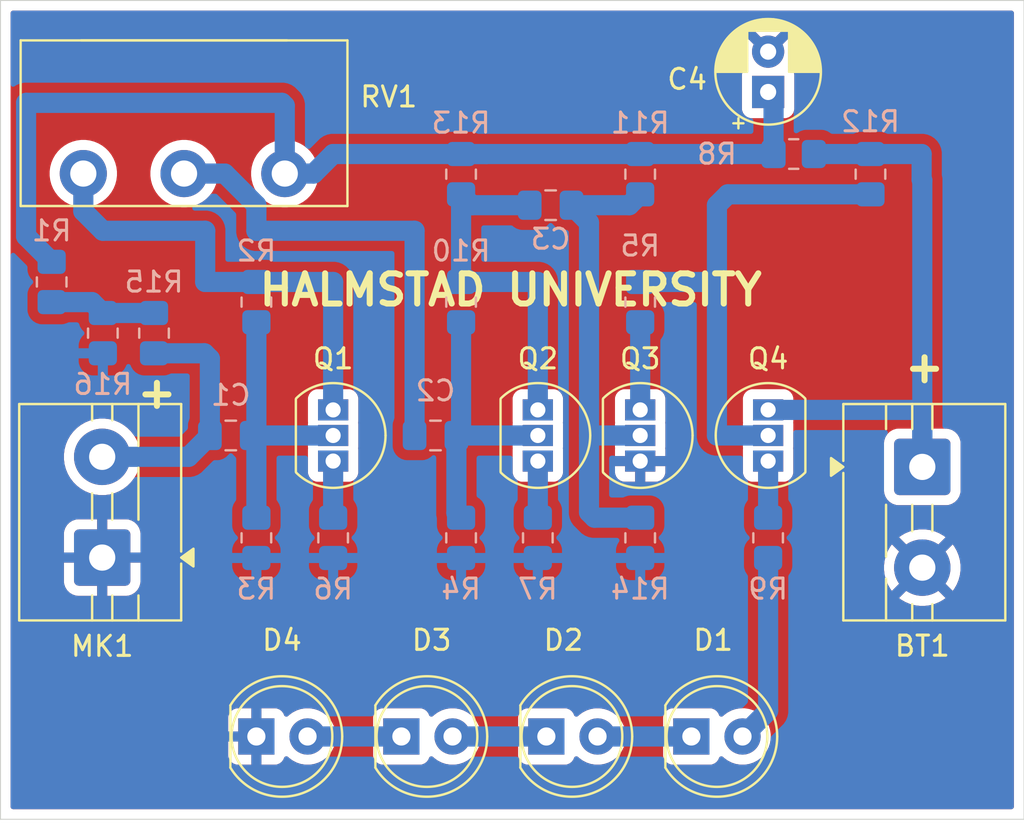
<source format=kicad_pcb>
(kicad_pcb (version 20241229) (generator "pcbnew") (generator_version "9.0")
  (layers (0 "F.Cu" signal) (2 "B.Cu" signal) (13 "F.Paste" user) (15 "B.Paste" user) (5 "F.SilkS" user "F.Silkscreen") (7 "B.SilkS" user "B.Silkscreen") (1 "F.Mask" user) (3 "B.Mask" user) (25 "Edge.Cuts" user))
  (net 0 "")
  (net 1 "GND")
  (net 2 "Net-(BT1-+)")
  (net 3 "Net-(Q1-B)")
  (net 4 "Net-(MK1-+)")
  (net 5 "Net-(C2-Pad1)")
  (net 6 "Net-(Q2-B)")
  (net 7 "Net-(Q2-C)")
  (net 8 "Net-(Q3-B)")
  (net 9 "Net-(C4-Pad1)")
  (net 10 "Net-(D1-A)")
  (net 11 "Net-(D1-K)")
  (net 12 "Net-(D2-K)")
  (net 13 "Net-(D3-K)")
  (net 14 "Net-(Q1-C)")
  (net 15 "Net-(Q1-E)")
  (net 16 "Net-(Q2-E)")
  (net 17 "Net-(Q3-C)")
  (net 18 "Net-(Q4-C)")
  (net 19 "Net-(Q4-B)")
  (net 20 "Net-(R1-Pad2)")
  (footprint "LED_THT:LED_D5.0mm" (layer "F.Cu") (at 128.27 111.46)
    (property "Reference" "D4" (at 1.27 -4.78 0) (layer "F.SilkS"))
    (property "Value" "LED_Small")
    (fp_line (start -1.29 -1.545) (end -1.29 1.545) (stroke (width 0.12)) (layer "F.SilkS"))
    (fp_arc (start -1.29 -1.54483) (mid 2.071756 -2.880501) (end 4.26 -0.000048) (stroke (width 0.12)) (layer "F.SilkS"))
    (fp_arc (start 4.26 0.000048) (mid 2.071756 2.880501) (end -1.29 1.54483) (stroke (width 0.12)) (layer "F.SilkS"))
    (fp_circle (center 1.27 0) (end 3.77 0) (stroke (width 0.12)) (fill no) (layer "F.SilkS"))
    (pad "1" thru_hole rect (at 0 0) (size 1.8 1.8) (drill 0.9) (layers "*.Cu" "*.Mask") (net 1 "GND"))
    (pad "2" thru_hole circle (at 2.54 0) (size 1.8 1.8) (drill 0.9) (layers "*.Cu" "*.Mask") (net 13 "Net-(D3-K)"))
  )
  (footprint "Package_TO_SOT_THT:TO-92_Inline" (layer "F.Cu") (at 142.24 95.25 -90)
    (property "Reference" "Q2" (at -2.54 0 180) (layer "F.SilkS"))
    (property "Value" "BC547")
    (fp_line (start -0.53 1.85) (end 3.07 1.85) (stroke (width 0.12)) (layer "F.SilkS"))
    (fp_arc (start -0.568478 1.838478) (mid -1.132087 -0.994977) (end 1.27 -2.6) (stroke (width 0.12)) (layer "F.SilkS"))
    (fp_arc (start 1.27 -2.6) (mid 3.672087 -0.994977) (end 3.108478 1.838478) (stroke (width 0.12)) (layer "F.SilkS"))
    (pad "1" thru_hole rect (at 0 0 270) (size 1.05 1.5) (drill 0.75) (layers "*.Cu" "*.Mask") (net 7 "Net-(Q2-C)"))
    (pad "2" thru_hole rect (at 1.27 0 270) (size 1.05 1.5) (drill 0.75) (layers "*.Cu" "*.Mask") (net 6 "Net-(Q2-B)"))
    (pad "3" thru_hole rect (at 2.54 0 270) (size 1.05 1.5) (drill 0.75) (layers "*.Cu" "*.Mask") (net 16 "Net-(Q2-E)"))
  )
  (footprint "Potentiometer_THT:Potentiometer_Piher_PC-16_Single_Horizontal" (layer "F.Cu") (at 129.68 83.52 90)
    (property "Reference" "RV1" (at 3.81 5.16 180) (layer "F.SilkS"))
    (property "Value" "200k")
    (fp_line (start 6.61 -13.11) (end 6.61 3.11) (stroke (width 0.12)) (layer "F.SilkS"))
    (fp_line (start -1.61 -13.11) (end 6.61 -13.11) (stroke (width 0.12)) (layer "F.SilkS"))
    (fp_line (start -1.61 -13.11) (end -1.61 3.11) (stroke (width 0.12)) (layer "F.SilkS"))
    (fp_line (start 6.61 -10.11) (end 6.61 0.11) (stroke (width 0.12)) (layer "F.SilkS"))
    (fp_line (start -1.61 3.11) (end 6.61 3.11) (stroke (width 0.12)) (layer "F.SilkS"))
    (pad "1" thru_hole circle (at 0 0 90) (size 2.34 2.34) (drill 1.3) (layers "*.Cu" "*.Mask") (net 9 "Net-(C4-Pad1)"))
    (pad "2" thru_hole circle (at 0 -5 90) (size 2.34 2.34) (drill 1.3) (layers "*.Cu" "*.Mask") (net 5 "Net-(C2-Pad1)"))
    (pad "3" thru_hole circle (at 0 -10 90) (size 2.34 2.34) (drill 1.3) (layers "*.Cu" "*.Mask") (net 14 "Net-(Q1-C)"))
  )
  (footprint "LED_THT:LED_D5.0mm" (layer "F.Cu") (at 149.86 111.46)
    (property "Reference" "D1" (at 1.08 -4.78 0) (layer "F.SilkS"))
    (property "Value" "LED_Small")
    (fp_line (start -1.29 -1.545) (end -1.29 1.545) (stroke (width 0.12)) (layer "F.SilkS"))
    (fp_arc (start -1.29 -1.54483) (mid 2.071756 -2.880501) (end 4.26 -0.000048) (stroke (width 0.12)) (layer "F.SilkS"))
    (fp_arc (start 4.26 0.000048) (mid 2.071756 2.880501) (end -1.29 1.54483) (stroke (width 0.12)) (layer "F.SilkS"))
    (fp_circle (center 1.27 0) (end 3.77 0) (stroke (width 0.12)) (fill no) (layer "F.SilkS"))
    (pad "1" thru_hole rect (at 0 0) (size 1.8 1.8) (drill 0.9) (layers "*.Cu" "*.Mask") (net 11 "Net-(D1-K)"))
    (pad "2" thru_hole circle (at 2.54 0) (size 1.8 1.8) (drill 0.9) (layers "*.Cu" "*.Mask") (net 10 "Net-(D1-A)"))
  )
  (footprint "TerminalBlock:TerminalBlock_MaiXu_MX126-5.0-02P_1x02_P5.00mm" (layer "F.Cu") (at 120.6175 102.58 90)
    (property "Reference" "MK1" (at -4.4 0 180) (layer "F.SilkS"))
    (property "Value" "M300")
    (fp_line (start 7.62 -4.12) (end 7.62 3.92) (stroke (width 0.12)) (layer "F.SilkS"))
    (fp_line (start -3.12 -4.12) (end 7.62 -4.12) (stroke (width 0.12)) (layer "F.SilkS"))
    (fp_line (start -3.12 -4.12) (end -3.12 3.92) (stroke (width 0.12)) (layer "F.SilkS"))
    (fp_line (start 6.812 -0.5) (end 7.62 -0.5) (stroke (width 0.12)) (layer "F.SilkS"))
    (fp_line (start 1.88 -0.5) (end 3.188 -0.5) (stroke (width 0.12)) (layer "F.SilkS"))
    (fp_line (start -3.12 -0.5) (end -1.88 -0.5) (stroke (width 0.12)) (layer "F.SilkS"))
    (fp_line (start 6.812 0.5) (end 7.62 0.5) (stroke (width 0.12)) (layer "F.SilkS"))
    (fp_line (start 1.88 0.5) (end 3.188 0.5) (stroke (width 0.12)) (layer "F.SilkS"))
    (fp_line (start -3.12 0.5) (end -1.88 0.5) (stroke (width 0.12)) (layer "F.SilkS"))
    (fp_line (start 5.543 1.8) (end 7.62 1.8) (stroke (width 0.12)) (layer "F.SilkS"))
    (fp_line (start 1.88 1.8) (end 4.457 1.8) (stroke (width 0.12)) (layer "F.SilkS"))
    (fp_line (start -3.12 1.8) (end -1.88 1.8) (stroke (width 0.12)) (layer "F.SilkS"))
    (fp_line (start 0.3 3.92) (end 7.62 3.92) (stroke (width 0.12)) (layer "F.SilkS"))
    (fp_line (start -3.12 3.92) (end -0.3 3.92) (stroke (width 0.12)) (layer "F.SilkS"))
    (fp_poly (pts (xy 0 3.92) (xy 0.44 4.53) (xy -0.44 4.53)) (stroke (width 0.12)) (fill yes) (layer "F.SilkS"))
    (pad "1" thru_hole roundrect (at 0 0 90) (size 2.8 2.8) (drill 1.3) (layers "*.Cu" "*.Mask") (roundrect_rratio 0.089286) (net 1 "GND"))
    (pad "2" thru_hole circle (at 5 0 90) (size 2.8 2.8) (drill 1.3) (layers "*.Cu" "*.Mask") (net 4 "Net-(MK1-+)"))
  )
  (footprint "LED_THT:LED_D5.0mm" (layer "F.Cu") (at 142.663333 111.46)
    (property "Reference" "D2" (at 0.846667 -4.78 0) (layer "F.SilkS"))
    (property "Value" "LED_Small")
    (fp_line (start -1.29 -1.545) (end -1.29 1.545) (stroke (width 0.12)) (layer "F.SilkS"))
    (fp_arc (start -1.29 -1.54483) (mid 2.071756 -2.880501) (end 4.26 -0.000048) (stroke (width 0.12)) (layer "F.SilkS"))
    (fp_arc (start 4.26 0.000048) (mid 2.071756 2.880501) (end -1.29 1.54483) (stroke (width 0.12)) (layer "F.SilkS"))
    (fp_circle (center 1.27 0) (end 3.77 0) (stroke (width 0.12)) (fill no) (layer "F.SilkS"))
    (pad "1" thru_hole rect (at 0 0) (size 1.8 1.8) (drill 0.9) (layers "*.Cu" "*.Mask") (net 12 "Net-(D2-K)"))
    (pad "2" thru_hole circle (at 2.54 0) (size 1.8 1.8) (drill 0.9) (layers "*.Cu" "*.Mask") (net 11 "Net-(D1-K)"))
  )
  (footprint "LED_THT:LED_D5.0mm" (layer "F.Cu") (at 135.466667 111.46)
    (property "Reference" "D3" (at 1.503333 -4.78 0) (layer "F.SilkS"))
    (property "Value" "LED_Small")
    (fp_line (start -1.29 -1.545) (end -1.29 1.545) (stroke (width 0.12)) (layer "F.SilkS"))
    (fp_arc (start -1.29 -1.54483) (mid 2.071756 -2.880501) (end 4.26 -0.000048) (stroke (width 0.12)) (layer "F.SilkS"))
    (fp_arc (start 4.26 0.000048) (mid 2.071756 2.880501) (end -1.29 1.54483) (stroke (width 0.12)) (layer "F.SilkS"))
    (fp_circle (center 1.27 0) (end 3.77 0) (stroke (width 0.12)) (fill no) (layer "F.SilkS"))
    (pad "1" thru_hole rect (at 0 0) (size 1.8 1.8) (drill 0.9) (layers "*.Cu" "*.Mask") (net 13 "Net-(D3-K)"))
    (pad "2" thru_hole circle (at 2.54 0) (size 1.8 1.8) (drill 0.9) (layers "*.Cu" "*.Mask") (net 12 "Net-(D2-K)"))
  )
  (footprint "Package_TO_SOT_THT:TO-92_Inline" (layer "F.Cu") (at 147.32 95.25 -90)
    (property "Reference" "Q3" (at -2.54 0 180) (layer "F.SilkS"))
    (property "Value" "BC547")
    (fp_line (start -0.53 1.85) (end 3.07 1.85) (stroke (width 0.12)) (layer "F.SilkS"))
    (fp_arc (start -0.568478 1.838478) (mid -1.132087 -0.994977) (end 1.27 -2.6) (stroke (width 0.12)) (layer "F.SilkS"))
    (fp_arc (start 1.27 -2.6) (mid 3.672087 -0.994977) (end 3.108478 1.838478) (stroke (width 0.12)) (layer "F.SilkS"))
    (pad "1" thru_hole rect (at 0 0 270) (size 1.05 1.5) (drill 0.75) (layers "*.Cu" "*.Mask") (net 17 "Net-(Q3-C)"))
    (pad "2" thru_hole rect (at 1.27 0 270) (size 1.05 1.5) (drill 0.75) (layers "*.Cu" "*.Mask") (net 8 "Net-(Q3-B)"))
    (pad "3" thru_hole rect (at 2.54 0 270) (size 1.05 1.5) (drill 0.75) (layers "*.Cu" "*.Mask") (net 1 "GND"))
  )
  (footprint "TerminalBlock:TerminalBlock_MaiXu_MX126-5.0-02P_1x02_P5.00mm" (layer "F.Cu") (at 161.3225 98.08 -90)
    (property "Reference" "BT1" (at 8.89 0 0) (layer "F.SilkS"))
    (property "Value" "Battery_Cell")
    (fp_line (start -3.12 3.92) (end -0.3 3.92) (stroke (width 0.12)) (layer "F.SilkS"))
    (fp_line (start 0.3 3.92) (end 7.62 3.92) (stroke (width 0.12)) (layer "F.SilkS"))
    (fp_line (start -3.12 1.8) (end -1.88 1.8) (stroke (width 0.12)) (layer "F.SilkS"))
    (fp_line (start 1.88 1.8) (end 4.457 1.8) (stroke (width 0.12)) (layer "F.SilkS"))
    (fp_line (start 5.543 1.8) (end 7.62 1.8) (stroke (width 0.12)) (layer "F.SilkS"))
    (fp_line (start -3.12 0.5) (end -1.88 0.5) (stroke (width 0.12)) (layer "F.SilkS"))
    (fp_line (start 1.88 0.5) (end 3.188 0.5) (stroke (width 0.12)) (layer "F.SilkS"))
    (fp_line (start 6.812 0.5) (end 7.62 0.5) (stroke (width 0.12)) (layer "F.SilkS"))
    (fp_line (start -3.12 -0.5) (end -1.88 -0.5) (stroke (width 0.12)) (layer "F.SilkS"))
    (fp_line (start 1.88 -0.5) (end 3.188 -0.5) (stroke (width 0.12)) (layer "F.SilkS"))
    (fp_line (start 6.812 -0.5) (end 7.62 -0.5) (stroke (width 0.12)) (layer "F.SilkS"))
    (fp_line (start -3.12 -4.12) (end -3.12 3.92) (stroke (width 0.12)) (layer "F.SilkS"))
    (fp_line (start -3.12 -4.12) (end 7.62 -4.12) (stroke (width 0.12)) (layer "F.SilkS"))
    (fp_line (start 7.62 -4.12) (end 7.62 3.92) (stroke (width 0.12)) (layer "F.SilkS"))
    (fp_poly (pts (xy 0 3.92) (xy 0.44 4.53) (xy -0.44 4.53)) (stroke (width 0.12)) (fill yes) (layer "F.SilkS"))
    (pad "1" thru_hole roundrect (at 0 0 270) (size 2.8 2.8) (drill 1.3) (layers "*.Cu" "*.Mask") (roundrect_rratio 0.089286) (net 2 "Net-(BT1-+)"))
    (pad "2" thru_hole circle (at 5 0 270) (size 2.8 2.8) (drill 1.3) (layers "*.Cu" "*.Mask") (net 1 "GND"))
  )
  (footprint "Package_TO_SOT_THT:TO-92_Inline" (layer "F.Cu") (at 153.67 97.79 90)
    (property "Reference" "Q4" (at 5.08 0 180) (layer "F.SilkS"))
    (property "Value" "BC557")
    (fp_line (start -0.53 1.85) (end 3.07 1.85) (stroke (width 0.12)) (layer "F.SilkS"))
    (fp_arc (start 1.27 -2.6) (mid 3.672087 -0.994977) (end 3.108478 1.838478) (stroke (width 0.12)) (layer "F.SilkS"))
    (fp_arc (start -0.568478 1.838478) (mid -1.132087 -0.994977) (end 1.27 -2.6) (stroke (width 0.12)) (layer "F.SilkS"))
    (pad "1" thru_hole rect (at 0 0 90) (size 1.05 1.5) (drill 0.75) (layers "*.Cu" "*.Mask") (net 18 "Net-(Q4-C)"))
    (pad "2" thru_hole rect (at 1.27 0 90) (size 1.05 1.5) (drill 0.75) (layers "*.Cu" "*.Mask") (net 19 "Net-(Q4-B)"))
    (pad "3" thru_hole rect (at 2.54 0 90) (size 1.05 1.5) (drill 0.75) (layers "*.Cu" "*.Mask") (net 2 "Net-(BT1-+)"))
  )
  (footprint "Capacitor_THT:CP_Radial_D5.0mm_P2.00mm" (layer "F.Cu") (at 153.67 79.47 90)
    (property "Reference" "C4" (at 0.63 -4.02 0) (layer "F.SilkS"))
    (property "Value" "100u")
    (fp_line (start 1.04 -2.58) (end 1.04 -1.04) (stroke (width 0.12)) (layer "F.SilkS"))
    (fp_line (start 1 -2.58) (end 1 -1.04) (stroke (width 0.12)) (layer "F.SilkS"))
    (fp_line (start 1.08 -2.579) (end 1.08 -1.04) (stroke (width 0.12)) (layer "F.SilkS"))
    (fp_line (start 1.12 -2.577) (end 1.12 -1.04) (stroke (width 0.12)) (layer "F.SilkS"))
    (fp_line (start 1.16 -2.575) (end 1.16 -1.04) (stroke (width 0.12)) (layer "F.SilkS"))
    (fp_line (start 1.2 -2.572) (end 1.2 -1.04) (stroke (width 0.12)) (layer "F.SilkS"))
    (fp_line (start 1.24 -2.569) (end 1.24 -1.04) (stroke (width 0.12)) (layer "F.SilkS"))
    (fp_line (start 1.28 -2.565) (end 1.28 -1.04) (stroke (width 0.12)) (layer "F.SilkS"))
    (fp_line (start 1.32 -2.56) (end 1.32 -1.04) (stroke (width 0.12)) (layer "F.SilkS"))
    (fp_line (start 1.36 -2.555) (end 1.36 -1.04) (stroke (width 0.12)) (layer "F.SilkS"))
    (fp_line (start 1.4 -2.549) (end 1.4 -1.04) (stroke (width 0.12)) (layer "F.SilkS"))
    (fp_line (start 1.44 -2.543) (end 1.44 -1.04) (stroke (width 0.12)) (layer "F.SilkS"))
    (fp_line (start 1.48 -2.536) (end 1.48 -1.04) (stroke (width 0.12)) (layer "F.SilkS"))
    (fp_line (start 1.52 -2.528) (end 1.52 -1.04) (stroke (width 0.12)) (layer "F.SilkS"))
    (fp_line (start 1.56 -2.519) (end 1.56 -1.04) (stroke (width 0.12)) (layer "F.SilkS"))
    (fp_line (start 1.6 -2.51) (end 1.6 -1.04) (stroke (width 0.12)) (layer "F.SilkS"))
    (fp_line (start 1.64 -2.501) (end 1.64 -1.04) (stroke (width 0.12)) (layer "F.SilkS"))
    (fp_line (start 1.68 -2.49) (end 1.68 -1.04) (stroke (width 0.12)) (layer "F.SilkS"))
    (fp_line (start 1.72 -2.479) (end 1.72 -1.04) (stroke (width 0.12)) (layer "F.SilkS"))
    (fp_line (start 1.76 -2.467) (end 1.76 -1.04) (stroke (width 0.12)) (layer "F.SilkS"))
    (fp_line (start 1.8 -2.455) (end 1.8 -1.04) (stroke (width 0.12)) (layer "F.SilkS"))
    (fp_line (start 1.84 -2.442) (end 1.84 -1.04) (stroke (width 0.12)) (layer "F.SilkS"))
    (fp_line (start 1.88 -2.428) (end 1.88 -1.04) (stroke (width 0.12)) (layer "F.SilkS"))
    (fp_line (start 1.92 -2.413) (end 1.92 -1.04) (stroke (width 0.12)) (layer "F.SilkS"))
    (fp_line (start 1.96 -2.398) (end 1.96 -1.04) (stroke (width 0.12)) (layer "F.SilkS"))
    (fp_line (start 2 -2.382) (end 2 -1.04) (stroke (width 0.12)) (layer "F.SilkS"))
    (fp_line (start 2.04 -2.365) (end 2.04 -1.04) (stroke (width 0.12)) (layer "F.SilkS"))
    (fp_line (start 2.08 -2.347) (end 2.08 -1.04) (stroke (width 0.12)) (layer "F.SilkS"))
    (fp_line (start 2.12 -2.329) (end 2.12 -1.04) (stroke (width 0.12)) (layer "F.SilkS"))
    (fp_line (start 2.16 -2.309) (end 2.16 -1.04) (stroke (width 0.12)) (layer "F.SilkS"))
    (fp_line (start 2.2 -2.289) (end 2.2 -1.04) (stroke (width 0.12)) (layer "F.SilkS"))
    (fp_line (start 2.24 -2.268) (end 2.24 -1.04) (stroke (width 0.12)) (layer "F.SilkS"))
    (fp_line (start 2.28 -2.246) (end 2.28 -1.04) (stroke (width 0.12)) (layer "F.SilkS"))
    (fp_line (start 2.32 -2.223) (end 2.32 -1.04) (stroke (width 0.12)) (layer "F.SilkS"))
    (fp_line (start 2.36 -2.199) (end 2.36 -1.04) (stroke (width 0.12)) (layer "F.SilkS"))
    (fp_line (start 2.4 -2.175) (end 2.4 -1.04) (stroke (width 0.12)) (layer "F.SilkS"))
    (fp_line (start 2.44 -2.149) (end 2.44 -1.04) (stroke (width 0.12)) (layer "F.SilkS"))
    (fp_line (start 2.48 -2.122) (end 2.48 -1.04) (stroke (width 0.12)) (layer "F.SilkS"))
    (fp_line (start 2.52 -2.094) (end 2.52 -1.04) (stroke (width 0.12)) (layer "F.SilkS"))
    (fp_line (start 2.56 -2.065) (end 2.56 -1.04) (stroke (width 0.12)) (layer "F.SilkS"))
    (fp_line (start 2.6 -2.035) (end 2.6 -1.04) (stroke (width 0.12)) (layer "F.SilkS"))
    (fp_line (start 2.64 -2.003) (end 2.64 -1.04) (stroke (width 0.12)) (layer "F.SilkS"))
    (fp_line (start 2.68 -1.97) (end 2.68 -1.04) (stroke (width 0.12)) (layer "F.SilkS"))
    (fp_line (start 2.72 -1.936) (end 2.72 -1.04) (stroke (width 0.12)) (layer "F.SilkS"))
    (fp_line (start 2.76 -1.901) (end 2.76 -1.04) (stroke (width 0.12)) (layer "F.SilkS"))
    (fp_line (start 2.8 -1.864) (end 2.8 -1.04) (stroke (width 0.12)) (layer "F.SilkS"))
    (fp_line (start 2.84 -1.825) (end 2.84 -1.04) (stroke (width 0.12)) (layer "F.SilkS"))
    (fp_line (start 2.88 -1.785) (end 2.88 -1.04) (stroke (width 0.12)) (layer "F.SilkS"))
    (fp_line (start 2.92 -1.743) (end 2.92 -1.04) (stroke (width 0.12)) (layer "F.SilkS"))
    (fp_line (start -1.554775 -1.725) (end -1.554775 -1.225) (stroke (width 0.12)) (layer "F.SilkS"))
    (fp_line (start 2.96 -1.699) (end 2.96 -1.04) (stroke (width 0.12)) (layer "F.SilkS"))
    (fp_line (start 3 -1.652) (end 3 -1.04) (stroke (width 0.12)) (layer "F.SilkS"))
    (fp_line (start 3.04 -1.604) (end 3.04 1.604) (stroke (width 0.12)) (layer "F.SilkS"))
    (fp_line (start 3.08 -1.553) (end 3.08 1.553) (stroke (width 0.12)) (layer "F.SilkS"))
    (fp_line (start 3.12 -1.499) (end 3.12 1.499) (stroke (width 0.12)) (layer "F.SilkS"))
    (fp_line (start -1.804775 -1.475) (end -1.304775 -1.475) (stroke (width 0.12)) (layer "F.SilkS"))
    (fp_line (start 3.16 -1.443) (end 3.16 1.443) (stroke (width 0.12)) (layer "F.SilkS"))
    (fp_line (start 3.2 -1.383) (end 3.2 1.383) (stroke (width 0.12)) (layer "F.SilkS"))
    (fp_line (start 3.24 -1.319) (end 3.24 1.319) (stroke (width 0.12)) (layer "F.SilkS"))
    (fp_line (start 3.28 -1.251) (end 3.28 1.251) (stroke (width 0.12)) (layer "F.SilkS"))
    (fp_line (start 3.32 -1.177) (end 3.32 1.177) (stroke (width 0.12)) (layer "F.SilkS"))
    (fp_line (start 3.36 -1.098) (end 3.36 1.098) (stroke (width 0.12)) (layer "F.SilkS"))
    (fp_line (start 3.4 -1.011) (end 3.4 1.011) (stroke (width 0.12)) (layer "F.SilkS"))
    (fp_line (start 3.44 -0.914) (end 3.44 0.914) (stroke (width 0.12)) (layer "F.SilkS"))
    (fp_line (start 3.48 -0.805) (end 3.48 0.805) (stroke (width 0.12)) (layer "F.SilkS"))
    (fp_line (start 3.52 -0.677) (end 3.52 0.677) (stroke (width 0.12)) (layer "F.SilkS"))
    (fp_line (start 3.56 -0.517) (end 3.56 0.517) (stroke (width 0.12)) (layer "F.SilkS"))
    (fp_line (start 3.6 -0.283) (end 3.6 0.283) (stroke (width 0.12)) (layer "F.SilkS"))
    (fp_line (start 3 1.04) (end 3 1.652) (stroke (width 0.12)) (layer "F.SilkS"))
    (fp_line (start 2.96 1.04) (end 2.96 1.699) (stroke (width 0.12)) (layer "F.SilkS"))
    (fp_line (start 2.92 1.04) (end 2.92 1.743) (stroke (width 0.12)) (layer "F.SilkS"))
    (fp_line (start 2.88 1.04) (end 2.88 1.785) (stroke (width 0.12)) (layer "F.SilkS"))
    (fp_line (start 2.84 1.04) (end 2.84 1.825) (stroke (width 0.12)) (layer "F.SilkS"))
    (fp_line (start 2.8 1.04) (end 2.8 1.864) (stroke (width 0.12)) (layer "F.SilkS"))
    (fp_line (start 2.76 1.04) (end 2.76 1.901) (stroke (width 0.12)) (layer "F.SilkS"))
    (fp_line (start 2.72 1.04) (end 2.72 1.936) (stroke (width 0.12)) (layer "F.SilkS"))
    (fp_line (start 2.68 1.04) (end 2.68 1.97) (stroke (width 0.12)) (layer "F.SilkS"))
    (fp_line (start 2.64 1.04) (end 2.64 2.003) (stroke (width 0.12)) (layer "F.SilkS"))
    (fp_line (start 2.6 1.04) (end 2.6 2.035) (stroke (width 0.12)) (layer "F.SilkS"))
    (fp_line (start 2.56 1.04) (end 2.56 2.065) (stroke (width 0.12)) (layer "F.SilkS"))
    (fp_line (start 2.52 1.04) (end 2.52 2.094) (stroke (width 0.12)) (layer "F.SilkS"))
    (fp_line (start 2.48 1.04) (end 2.48 2.122) (stroke (width 0.12)) (layer "F.SilkS"))
    (fp_line (start 2.44 1.04) (end 2.44 2.149) (stroke (width 0.12)) (layer "F.SilkS"))
    (fp_line (start 2.4 1.04) (end 2.4 2.175) (stroke (width 0.12)) (layer "F.SilkS"))
    (fp_line (start 2.36 1.04) (end 2.36 2.199) (stroke (width 0.12)) (layer "F.SilkS"))
    (fp_line (start 2.32 1.04) (end 2.32 2.223) (stroke (width 0.12)) (layer "F.SilkS"))
    (fp_line (start 2.28 1.04) (end 2.28 2.246) (stroke (width 0.12)) (layer "F.SilkS"))
    (fp_line (start 2.24 1.04) (end 2.24 2.268) (stroke (width 0.12)) (layer "F.SilkS"))
    (fp_line (start 2.2 1.04) (end 2.2 2.289) (stroke (width 0.12)) (layer "F.SilkS"))
    (fp_line (start 2.16 1.04) (end 2.16 2.309) (stroke (width 0.12)) (layer "F.SilkS"))
    (fp_line (start 2.12 1.04) (end 2.12 2.329) (stroke (width 0.12)) (layer "F.SilkS"))
    (fp_line (start 2.08 1.04) (end 2.08 2.347) (stroke (width 0.12)) (layer "F.SilkS"))
    (fp_line (start 2.04 1.04) (end 2.04 2.365) (stroke (width 0.12)) (layer "F.SilkS"))
    (fp_line (start 2 1.04) (end 2 2.382) (stroke (width 0.12)) (layer "F.SilkS"))
    (fp_line (start 1.96 1.04) (end 1.96 2.398) (stroke (width 0.12)) (layer "F.SilkS"))
    (fp_line (start 1.92 1.04) (end 1.92 2.413) (stroke (width 0.12)) (layer "F.SilkS"))
    (fp_line (start 1.88 1.04) (end 1.88 2.428) (stroke (width 0.12)) (layer "F.SilkS"))
    (fp_line (start 1.84 1.04) (end 1.84 2.442) (stroke (width 0.12)) (layer "F.SilkS"))
    (fp_line (start 1.8 1.04) (end 1.8 2.455) (stroke (width 0.12)) (layer "F.SilkS"))
    (fp_line (start 1.76 1.04) (end 1.76 2.467) (stroke (width 0.12)) (layer "F.SilkS"))
    (fp_line (start 1.72 1.04) (end 1.72 2.479) (stroke (width 0.12)) (layer "F.SilkS"))
    (fp_line (start 1.68 1.04) (end 1.68 2.49) (stroke (width 0.12)) (layer "F.SilkS"))
    (fp_line (start 1.64 1.04) (end 1.64 2.501) (stroke (width 0.12)) (layer "F.SilkS"))
    (fp_line (start 1.6 1.04) (end 1.6 2.51) (stroke (width 0.12)) (layer "F.SilkS"))
    (fp_line (start 1.56 1.04) (end 1.56 2.519) (stroke (width 0.12)) (layer "F.SilkS"))
    (fp_line (start 1.52 1.04) (end 1.52 2.528) (stroke (width 0.12)) (layer "F.SilkS"))
    (fp_line (start 1.48 1.04) (end 1.48 2.536) (stroke (width 0.12)) (layer "F.SilkS"))
    (fp_line (start 1.44 1.04) (end 1.44 2.543) (stroke (width 0.12)) (layer "F.SilkS"))
    (fp_line (start 1.4 1.04) (end 1.4 2.549) (stroke (width 0.12)) (layer "F.SilkS"))
    (fp_line (start 1.36 1.04) (end 1.36 2.555) (stroke (width 0.12)) (layer "F.SilkS"))
    (fp_line (start 1.32 1.04) (end 1.32 2.56) (stroke (width 0.12)) (layer "F.SilkS"))
    (fp_line (start 1.28 1.04) (end 1.28 2.565) (stroke (width 0.12)) (layer "F.SilkS"))
    (fp_line (start 1.24 1.04) (end 1.24 2.569) (stroke (width 0.12)) (layer "F.SilkS"))
    (fp_line (start 1.2 1.04) (end 1.2 2.572) (stroke (width 0.12)) (layer "F.SilkS"))
    (fp_line (start 1.16 1.04) (end 1.16 2.575) (stroke (width 0.12)) (layer "F.SilkS"))
    (fp_line (start 1.12 1.04) (end 1.12 2.577) (stroke (width 0.12)) (layer "F.SilkS"))
    (fp_line (start 1.08 1.04) (end 1.08 2.579) (stroke (width 0.12)) (layer "F.SilkS"))
    (fp_line (start 1.04 1.04) (end 1.04 2.58) (stroke (width 0.12)) (layer "F.SilkS"))
    (fp_line (start 1 1.04) (end 1 2.58) (stroke (width 0.12)) (layer "F.SilkS"))
    (fp_circle (center 1 0) (end 3.62 0) (stroke (width 0.12)) (fill no) (layer "F.SilkS"))
    (pad "1" thru_hole rect (at 0 0 90) (size 1.6 1.6) (drill 0.8) (layers "*.Cu" "*.Mask") (net 9 "Net-(C4-Pad1)"))
    (pad "2" thru_hole circle (at 2 0 90) (size 1.6 1.6) (drill 0.8) (layers "*.Cu" "*.Mask") (net 1 "GND"))
  )
  (footprint "Package_TO_SOT_THT:TO-92_Inline" (layer "F.Cu") (at 132.08 95.25 -90)
    (property "Reference" "Q1" (at -2.54 0 180) (layer "F.SilkS"))
    (property "Value" "BC547")
    (fp_line (start -0.53 1.85) (end 3.07 1.85) (stroke (width 0.12)) (layer "F.SilkS"))
    (fp_arc (start -0.568478 1.838478) (mid -1.132087 -0.994977) (end 1.27 -2.6) (stroke (width 0.12)) (layer "F.SilkS"))
    (fp_arc (start 1.27 -2.6) (mid 3.672087 -0.994977) (end 3.108478 1.838478) (stroke (width 0.12)) (layer "F.SilkS"))
    (pad "1" thru_hole rect (at 0 0 270) (size 1.05 1.5) (drill 0.75) (layers "*.Cu" "*.Mask") (net 14 "Net-(Q1-C)"))
    (pad "2" thru_hole rect (at 1.27 0 270) (size 1.05 1.5) (drill 0.75) (layers "*.Cu" "*.Mask") (net 3 "Net-(Q1-B)"))
    (pad "3" thru_hole rect (at 2.54 0 270) (size 1.05 1.5) (drill 0.75) (layers "*.Cu" "*.Mask") (net 15 "Net-(Q1-E)"))
  )
  (footprint "Resistor_SMD:R_0805_2012Metric_Pad1.20x1.40mm_HandSolder" (layer "B.Cu") (at 147.32 101.6 -90)
    (property "Reference" "R14" (at 2.54 0 0) (layer "B.SilkS") (effects (justify mirror)))
    (property "Value" "47k")
    (fp_line (start -0.227064 0.735) (end 0.227064 0.735) (stroke (width 0.12)) (layer "B.SilkS"))
    (fp_line (start -0.227064 -0.735) (end 0.227064 -0.735) (stroke (width 0.12)) (layer "B.SilkS"))
    (pad "1" smd roundrect (at -1 0 270) (size 1.2 1.4) (layers "B.Cu" "B.Mask" "B.Paste") (roundrect_rratio 0.208333) (net 8 "Net-(Q3-B)"))
    (pad "2" smd roundrect (at 1 0 270) (size 1.2 1.4) (layers "B.Cu" "B.Mask" "B.Paste") (roundrect_rratio 0.208333) (net 1 "GND"))
  )
  (footprint "Resistor_SMD:R_0805_2012Metric_Pad1.20x1.40mm_HandSolder" (layer "B.Cu") (at 154.94 82.55)
    (property "Reference" "R8" (at -3.81 0 0) (layer "B.SilkS") (effects (justify mirror)))
    (property "Value" "47")
    (fp_line (start -0.227064 -0.735) (end 0.227064 -0.735) (stroke (width 0.12)) (layer "B.SilkS"))
    (fp_line (start -0.227064 0.735) (end 0.227064 0.735) (stroke (width 0.12)) (layer "B.SilkS"))
    (pad "1" smd roundrect (at -1 0) (size 1.2 1.4) (layers "B.Cu" "B.Mask" "B.Paste") (roundrect_rratio 0.208333) (net 9 "Net-(C4-Pad1)"))
    (pad "2" smd roundrect (at 1 0) (size 1.2 1.4) (layers "B.Cu" "B.Mask" "B.Paste") (roundrect_rratio 0.208333) (net 2 "Net-(BT1-+)"))
  )
  (footprint "Resistor_SMD:R_0805_2012Metric_Pad1.20x1.40mm_HandSolder" (layer "B.Cu") (at 147.32 89.9 -90)
    (property "Reference" "R5" (at -2.79 0 0) (layer "B.SilkS") (effects (justify mirror)))
    (property "Value" "100k")
    (fp_line (start -0.227064 0.735) (end 0.227064 0.735) (stroke (width 0.12)) (layer "B.SilkS"))
    (fp_line (start -0.227064 -0.735) (end 0.227064 -0.735) (stroke (width 0.12)) (layer "B.SilkS"))
    (pad "1" smd roundrect (at -1 0 270) (size 1.2 1.4) (layers "B.Cu" "B.Mask" "B.Paste") (roundrect_rratio 0.208333) (net 19 "Net-(Q4-B)"))
    (pad "2" smd roundrect (at 1 0 270) (size 1.2 1.4) (layers "B.Cu" "B.Mask" "B.Paste") (roundrect_rratio 0.208333) (net 17 "Net-(Q3-C)"))
  )
  (footprint "Resistor_SMD:R_0805_2012Metric_Pad1.20x1.40mm_HandSolder" (layer "B.Cu") (at 142.24 101.6 -90)
    (property "Reference" "R7" (at 2.54 0 0) (layer "B.SilkS") (effects (justify mirror)))
    (property "Value" "47")
    (fp_line (start -0.227064 0.735) (end 0.227064 0.735) (stroke (width 0.12)) (layer "B.SilkS"))
    (fp_line (start -0.227064 -0.735) (end 0.227064 -0.735) (stroke (width 0.12)) (layer "B.SilkS"))
    (pad "1" smd roundrect (at -1 0 270) (size 1.2 1.4) (layers "B.Cu" "B.Mask" "B.Paste") (roundrect_rratio 0.208333) (net 16 "Net-(Q2-E)"))
    (pad "2" smd roundrect (at 1 0 270) (size 1.2 1.4) (layers "B.Cu" "B.Mask" "B.Paste") (roundrect_rratio 0.208333) (net 1 "GND"))
  )
  (footprint "Resistor_SMD:R_0805_2012Metric_Pad1.20x1.40mm_HandSolder" (layer "B.Cu") (at 128.27 89.9 -90)
    (property "Reference" "R2" (at -2.54 0 0) (layer "B.SilkS") (effects (justify mirror)))
    (property "Value" "330k")
    (fp_line (start -0.227064 0.735) (end 0.227064 0.735) (stroke (width 0.12)) (layer "B.SilkS"))
    (fp_line (start -0.227064 -0.735) (end 0.227064 -0.735) (stroke (width 0.12)) (layer "B.SilkS"))
    (pad "1" smd roundrect (at -1 0 270) (size 1.2 1.4) (layers "B.Cu" "B.Mask" "B.Paste") (roundrect_rratio 0.208333) (net 14 "Net-(Q1-C)"))
    (pad "2" smd roundrect (at 1 0 270) (size 1.2 1.4) (layers "B.Cu" "B.Mask" "B.Paste") (roundrect_rratio 0.208333) (net 3 "Net-(Q1-B)"))
  )
  (footprint "Resistor_SMD:R_0805_2012Metric_Pad1.20x1.40mm_HandSolder" (layer "B.Cu") (at 158.75 83.55 -90)
    (property "Reference" "R12" (at -2.61 0 180) (layer "B.SilkS") (effects (justify mirror)))
    (property "Value" "1M5")
    (fp_line (start -0.227064 0.735) (end 0.227064 0.735) (stroke (width 0.12)) (layer "B.SilkS"))
    (fp_line (start -0.227064 -0.735) (end 0.227064 -0.735) (stroke (width 0.12)) (layer "B.SilkS"))
    (pad "1" smd roundrect (at -1 0 270) (size 1.2 1.4) (layers "B.Cu" "B.Mask" "B.Paste") (roundrect_rratio 0.208333) (net 2 "Net-(BT1-+)"))
    (pad "2" smd roundrect (at 1 0 270) (size 1.2 1.4) (layers "B.Cu" "B.Mask" "B.Paste") (roundrect_rratio 0.208333) (net 19 "Net-(Q4-B)"))
  )
  (footprint "Resistor_SMD:R_0805_2012Metric_Pad1.20x1.40mm_HandSolder" (layer "B.Cu") (at 132.08 101.6 -90)
    (property "Reference" "R6" (at 2.54 0 0) (layer "B.SilkS") (effects (justify mirror)))
    (property "Value" "47")
    (fp_line (start -0.227064 0.735) (end 0.227064 0.735) (stroke (width 0.12)) (layer "B.SilkS"))
    (fp_line (start -0.227064 -0.735) (end 0.227064 -0.735) (stroke (width 0.12)) (layer "B.SilkS"))
    (pad "1" smd roundrect (at -1 0 270) (size 1.2 1.4) (layers "B.Cu" "B.Mask" "B.Paste") (roundrect_rratio 0.208333) (net 15 "Net-(Q1-E)"))
    (pad "2" smd roundrect (at 1 0 270) (size 1.2 1.4) (layers "B.Cu" "B.Mask" "B.Paste") (roundrect_rratio 0.208333) (net 1 "GND"))
  )
  (footprint "Resistor_SMD:R_0805_2012Metric_Pad1.20x1.40mm_HandSolder" (layer "B.Cu") (at 138.43 89.9 -90)
    (property "Reference" "R10" (at -2.54 0 0) (layer "B.SilkS") (effects (justify mirror)))
    (property "Value" "1M5")
    (fp_line (start -0.227064 0.735) (end 0.227064 0.735) (stroke (width 0.12)) (layer "B.SilkS"))
    (fp_line (start -0.227064 -0.735) (end 0.227064 -0.735) (stroke (width 0.12)) (layer "B.SilkS"))
    (pad "1" smd roundrect (at -1 0 270) (size 1.2 1.4) (layers "B.Cu" "B.Mask" "B.Paste") (roundrect_rratio 0.208333) (net 7 "Net-(Q2-C)"))
    (pad "2" smd roundrect (at 1 0 270) (size 1.2 1.4) (layers "B.Cu" "B.Mask" "B.Paste") (roundrect_rratio 0.208333) (net 6 "Net-(Q2-B)"))
  )
  (footprint "Capacitor_SMD:C_0805_2012Metric_Pad1.18x1.45mm_HandSolder" (layer "B.Cu") (at 137.16 96.52)
    (property "Reference" "C2" (at 0 -2.22 0) (layer "B.SilkS") (effects (justify mirror)))
    (property "Value" "100n")
    (fp_line (start -0.261252 -0.735) (end 0.261252 -0.735) (stroke (width 0.12)) (layer "B.SilkS"))
    (fp_line (start -0.261252 0.735) (end 0.261252 0.735) (stroke (width 0.12)) (layer "B.SilkS"))
    (pad "1" smd roundrect (at -1.0375 0) (size 1.175 1.45) (layers "B.Cu" "B.Mask" "B.Paste") (roundrect_rratio 0.212766) (net 5 "Net-(C2-Pad1)"))
    (pad "2" smd roundrect (at 1.0375 0) (size 1.175 1.45) (layers "B.Cu" "B.Mask" "B.Paste") (roundrect_rratio 0.212766) (net 6 "Net-(Q2-B)"))
  )
  (footprint "Resistor_SMD:R_0805_2012Metric_Pad1.20x1.40mm_HandSolder" (layer "B.Cu") (at 138.43 83.55 -90)
    (property "Reference" "R13" (at -2.54 0 0) (layer "B.SilkS") (effects (justify mirror)))
    (property "Value" "47k")
    (fp_line (start -0.227064 0.735) (end 0.227064 0.735) (stroke (width 0.12)) (layer "B.SilkS"))
    (fp_line (start -0.227064 -0.735) (end 0.227064 -0.735) (stroke (width 0.12)) (layer "B.SilkS"))
    (pad "1" smd roundrect (at -1 0 270) (size 1.2 1.4) (layers "B.Cu" "B.Mask" "B.Paste") (roundrect_rratio 0.208333) (net 9 "Net-(C4-Pad1)"))
    (pad "2" smd roundrect (at 1 0 270) (size 1.2 1.4) (layers "B.Cu" "B.Mask" "B.Paste") (roundrect_rratio 0.208333) (net 7 "Net-(Q2-C)"))
  )
  (footprint "Resistor_SMD:R_0805_2012Metric_Pad1.20x1.40mm_HandSolder" (layer "B.Cu") (at 153.67 101.6 -90)
    (property "Reference" "R9" (at 2.54 0 0) (layer "B.SilkS") (effects (justify mirror)))
    (property "Value" "47")
    (fp_line (start -0.227064 0.735) (end 0.227064 0.735) (stroke (width 0.12)) (layer "B.SilkS"))
    (fp_line (start -0.227064 -0.735) (end 0.227064 -0.735) (stroke (width 0.12)) (layer "B.SilkS"))
    (pad "1" smd roundrect (at -1 0 270) (size 1.2 1.4) (layers "B.Cu" "B.Mask" "B.Paste") (roundrect_rratio 0.208333) (net 18 "Net-(Q4-C)"))
    (pad "2" smd roundrect (at 1 0 270) (size 1.2 1.4) (layers "B.Cu" "B.Mask" "B.Paste") (roundrect_rratio 0.208333) (net 10 "Net-(D1-A)"))
  )
  (footprint "Resistor_SMD:R_0805_2012Metric_Pad1.20x1.40mm_HandSolder" (layer "B.Cu") (at 147.32 83.55 -90)
    (property "Reference" "R11" (at -2.54 0 0) (layer "B.SilkS") (effects (justify mirror)))
    (property "Value" "1M5")
    (fp_line (start -0.227064 0.735) (end 0.227064 0.735) (stroke (width 0.12)) (layer "B.SilkS"))
    (fp_line (start -0.227064 -0.735) (end 0.227064 -0.735) (stroke (width 0.12)) (layer "B.SilkS"))
    (pad "1" smd roundrect (at -1 0 270) (size 1.2 1.4) (layers "B.Cu" "B.Mask" "B.Paste") (roundrect_rratio 0.208333) (net 9 "Net-(C4-Pad1)"))
    (pad "2" smd roundrect (at 1 0 270) (size 1.2 1.4) (layers "B.Cu" "B.Mask" "B.Paste") (roundrect_rratio 0.208333) (net 8 "Net-(Q3-B)"))
  )
  (footprint "Resistor_SMD:R_0805_2012Metric_Pad1.20x1.40mm_HandSolder" (layer "B.Cu") (at 138.43 101.6 -90)
    (property "Reference" "R4" (at 2.54 0 0) (layer "B.SilkS") (effects (justify mirror)))
    (property "Value" "100k")
    (fp_line (start -0.227064 0.735) (end 0.227064 0.735) (stroke (width 0.12)) (layer "B.SilkS"))
    (fp_line (start -0.227064 -0.735) (end 0.227064 -0.735) (stroke (width 0.12)) (layer "B.SilkS"))
    (pad "1" smd roundrect (at -1 0 270) (size 1.2 1.4) (layers "B.Cu" "B.Mask" "B.Paste") (roundrect_rratio 0.208333) (net 6 "Net-(Q2-B)"))
    (pad "2" smd roundrect (at 1 0 270) (size 1.2 1.4) (layers "B.Cu" "B.Mask" "B.Paste") (roundrect_rratio 0.208333) (net 1 "GND"))
  )
  (footprint "Resistor_SMD:R_0805_2012Metric_Pad1.20x1.40mm_HandSolder" (layer "B.Cu") (at 128.27 101.6 -90)
    (property "Reference" "R3" (at 2.54 0 0) (layer "B.SilkS") (effects (justify mirror)))
    (property "Value" "100k")
    (fp_line (start -0.227064 0.735) (end 0.227064 0.735) (stroke (width 0.12)) (layer "B.SilkS"))
    (fp_line (start -0.227064 -0.735) (end 0.227064 -0.735) (stroke (width 0.12)) (layer "B.SilkS"))
    (pad "1" smd roundrect (at -1 0 270) (size 1.2 1.4) (layers "B.Cu" "B.Mask" "B.Paste") (roundrect_rratio 0.208333) (net 3 "Net-(Q1-B)"))
    (pad "2" smd roundrect (at 1 0 270) (size 1.2 1.4) (layers "B.Cu" "B.Mask" "B.Paste") (roundrect_rratio 0.208333) (net 1 "GND"))
  )
  (footprint "Capacitor_SMD:C_0805_2012Metric_Pad1.18x1.45mm_HandSolder" (layer "B.Cu") (at 142.875 85.09)
    (property "Reference" "C3" (at 0 1.68 0) (layer "B.SilkS") (effects (justify mirror)))
    (property "Value" "100n")
    (fp_line (start -0.261252 -0.735) (end 0.261252 -0.735) (stroke (width 0.12)) (layer "B.SilkS"))
    (fp_line (start -0.261252 0.735) (end 0.261252 0.735) (stroke (width 0.12)) (layer "B.SilkS"))
    (pad "1" smd roundrect (at -1.0375 0) (size 1.175 1.45) (layers "B.Cu" "B.Mask" "B.Paste") (roundrect_rratio 0.212766) (net 7 "Net-(Q2-C)"))
    (pad "2" smd roundrect (at 1.0375 0) (size 1.175 1.45) (layers "B.Cu" "B.Mask" "B.Paste") (roundrect_rratio 0.212766) (net 8 "Net-(Q3-B)"))
  )
  (footprint "Resistor_SMD:R_0805_2012Metric_Pad1.20x1.40mm_HandSolder" (layer "B.Cu") (at 120.65 91.44 -90)
    (property "Reference" "R16" (at 2.54 0 0) (layer "B.SilkS") (effects (justify mirror)))
    (property "Value" "2k")
    (fp_line (start -0.227064 0.735) (end 0.227064 0.735) (stroke (width 0.12)) (layer "B.SilkS"))
    (fp_line (start -0.227064 -0.735) (end 0.227064 -0.735) (stroke (width 0.12)) (layer "B.SilkS"))
    (pad "1" smd roundrect (at -1 0 270) (size 1.2 1.4) (layers "B.Cu" "B.Mask" "B.Paste") (roundrect_rratio 0.208333) (net 20 "Net-(R1-Pad2)"))
    (pad "2" smd roundrect (at 1 0 270) (size 1.2 1.4) (layers "B.Cu" "B.Mask" "B.Paste") (roundrect_rratio 0.208333) (net 1 "GND"))
  )
  (footprint "Capacitor_SMD:C_0805_2012Metric_Pad1.18x1.45mm_HandSolder" (layer "B.Cu") (at 127 96.52)
    (property "Reference" "C1" (at 0 -2 0) (layer "B.SilkS") (effects (justify mirror)))
    (property "Value" "1u")
    (fp_line (start -0.261252 -0.735) (end 0.261252 -0.735) (stroke (width 0.12)) (layer "B.SilkS"))
    (fp_line (start -0.261252 0.735) (end 0.261252 0.735) (stroke (width 0.12)) (layer "B.SilkS"))
    (pad "1" smd roundrect (at -1.0375 0) (size 1.175 1.45) (layers "B.Cu" "B.Mask" "B.Paste") (roundrect_rratio 0.212766) (net 4 "Net-(MK1-+)"))
    (pad "2" smd roundrect (at 1.0375 0) (size 1.175 1.45) (layers "B.Cu" "B.Mask" "B.Paste") (roundrect_rratio 0.212766) (net 3 "Net-(Q1-B)"))
  )
  (footprint "Resistor_SMD:R_0805_2012Metric_Pad1.20x1.40mm_HandSolder" (layer "B.Cu") (at 123.19 91.44 90)
    (property "Reference" "R15" (at 2.54 0 0) (layer "B.SilkS") (effects (justify mirror)))
    (property "Value" "2k2")
    (fp_line (start -0.227064 -0.735) (end 0.227064 -0.735) (stroke (width 0.12)) (layer "B.SilkS"))
    (fp_line (start -0.227064 0.735) (end 0.227064 0.735) (stroke (width 0.12)) (layer "B.SilkS"))
    (pad "1" smd roundrect (at -1 0 90) (size 1.2 1.4) (layers "B.Cu" "B.Mask" "B.Paste") (roundrect_rratio 0.208333) (net 4 "Net-(MK1-+)"))
    (pad "2" smd roundrect (at 1 0 90) (size 1.2 1.4) (layers "B.Cu" "B.Mask" "B.Paste") (roundrect_rratio 0.208333) (net 20 "Net-(R1-Pad2)"))
  )
  (footprint "Resistor_SMD:R_0805_2012Metric_Pad1.20x1.40mm_HandSolder" (layer "B.Cu") (at 118.11 88.9 -90)
    (property "Reference" "R1" (at -2.54 0 0) (layer "B.SilkS") (effects (justify mirror)))
    (property "Value" "10k")
    (fp_line (start -0.227064 0.735) (end 0.227064 0.735) (stroke (width 0.12)) (layer "B.SilkS"))
    (fp_line (start -0.227064 -0.735) (end 0.227064 -0.735) (stroke (width 0.12)) (layer "B.SilkS"))
    (pad "1" smd roundrect (at -1 0 270) (size 1.2 1.4) (layers "B.Cu" "B.Mask" "B.Paste") (roundrect_rratio 0.208333) (net 9 "Net-(C4-Pad1)"))
    (pad "2" smd roundrect (at 1 0 270) (size 1.2 1.4) (layers "B.Cu" "B.Mask" "B.Paste") (roundrect_rratio 0.208333) (net 20 "Net-(R1-Pad2)"))
  )
  (gr_line (start 115.57 74.93) (end 166.37 74.93) (stroke (width 0.05)) (layer "Edge.Cuts"))
  (gr_line (start 166.37 74.93) (end 166.37 115.57) (stroke (width 0.05)) (layer "Edge.Cuts"))
  (gr_line (start 166.37 115.57) (end 115.57 115.57) (stroke (width 0.05)) (layer "Edge.Cuts"))
  (gr_line (start 115.57 115.57) (end 115.57 74.93) (stroke (width 0.05)) (layer "Edge.Cuts"))
  (gr_text "+" (at 162.56 93.98 0) (layer "F.SilkS") (effects (font (size 1.5 1.5) (thickness 0.3) (bold yes)) (justify left bottom mirror)))
  (gr_text "+" (at 124.46 95.25 0) (layer "F.SilkS") (effects (font (size 1.5 1.5) (thickness 0.3) (bold yes)) (justify left bottom mirror)))
  (gr_text "HALMSTAD UNIVERSITY" (at 128.27 90.17 0) (layer "F.SilkS") (effects (font (size 1.5 1.5) (thickness 0.3) (bold yes)) (justify left bottom)))
  (segment (start 161.29 82.55) (end 161.29 83.82) (width 1) (layer "B.Cu") (net 2))
  (segment (start 161.3225 83.8525) (end 161.3225 98.08) (width 1) (layer "B.Cu") (net 2))
  (segment (start 161.29 95.25) (end 161.3225 95.2825) (width 1) (layer "B.Cu") (net 2))
  (segment (start 158.75 82.55) (end 161.29 82.55) (width 1) (layer "B.Cu") (net 2))
  (segment (start 161.29 83.82) (end 161.3225 83.8525) (width 1) (layer "B.Cu") (net 2))
  (segment (start 155.94 82.55) (end 158.75 82.55) (width 1) (layer "B.Cu") (net 2))
  (segment (start 161.3225 95.2825) (end 161.3225 98.08) (width 1) (layer "B.Cu") (net 2))
  (segment (start 153.67 95.25) (end 161.29 95.25) (width 1) (layer "B.Cu") (net 2))
  (segment (start 128.27 90.9) (end 128.27 96.2875) (width 1) (layer "B.Cu") (net 3))
  (segment (start 128.27 100.6) (end 128.27 96.7525) (width 1) (layer "B.Cu") (net 3))
  (segment (start 128.27 96.2875) (end 128.0375 96.52) (width 1) (layer "B.Cu") (net 3))
  (segment (start 128.0375 96.52) (end 132.08 96.52) (width 1) (layer "B.Cu") (net 3))
  (segment (start 128.27 96.7525) (end 128.0375 96.52) (width 1) (layer "B.Cu") (net 3))
  (segment (start 125.9625 92.71) (end 125.9625 96.52) (width 1) (layer "B.Cu") (net 4))
  (segment (start 125.6925 92.44) (end 125.9625 92.71) (width 1) (layer "B.Cu") (net 4))
  (segment (start 123.19 92.44) (end 125.6925 92.44) (width 1) (layer "B.Cu") (net 4))
  (segment (start 124.9025 97.58) (end 125.9625 96.52) (width 1) (layer "B.Cu") (net 4))
  (segment (start 120.6175 97.58) (end 124.9025 97.58) (width 1) (layer "B.Cu") (net 4))
  (segment (start 128.27 85.09) (end 128.27 86.36) (width 1) (layer "B.Cu") (net 5))
  (segment (start 126.7 83.52) (end 128.27 85.09) (width 1) (layer "B.Cu") (net 5))
  (segment (start 124.68 83.52) (end 126.7 83.52) (width 1) (layer "B.Cu") (net 5))
  (segment (start 136.1225 86.36) (end 136.1225 96.52) (width 1) (layer "B.Cu") (net 5))
  (segment (start 128.27 86.36) (end 136.1225 86.36) (width 1) (layer "B.Cu") (net 5))
  (segment (start 138.43 96.2875) (end 138.1975 96.52) (width 1) (layer "B.Cu") (net 6))
  (segment (start 138.1975 100.3675) (end 138.43 100.6) (width 1) (layer "B.Cu") (net 6))
  (segment (start 138.43 90.9) (end 138.43 96.2875) (width 1) (layer "B.Cu") (net 6))
  (segment (start 138.1975 96.52) (end 138.1975 100.3675) (width 1) (layer "B.Cu") (net 6))
  (segment (start 138.1975 96.52) (end 142.24 96.52) (width 1) (layer "B.Cu") (net 6))
  (segment (start 138.43 88.9) (end 142.24 88.9) (width 1) (layer "B.Cu") (net 7))
  (segment (start 138.97 85.09) (end 138.43 84.55) (width 1) (layer "B.Cu") (net 7))
  (segment (start 138.43 84.55) (end 138.43 88.9) (width 1) (layer "B.Cu") (net 7))
  (segment (start 142.24 88.9) (end 142.24 95.25) (width 1) (layer "B.Cu") (net 7))
  (segment (start 141.8375 85.09) (end 138.97 85.09) (width 1) (layer "B.Cu") (net 7))
  (segment (start 145.05 100.6) (end 147.32 100.6) (width 1) (layer "B.Cu") (net 8))
  (segment (start 146.78 85.09) (end 147.32 84.55) (width 1) (layer "B.Cu") (net 8))
  (segment (start 143.9125 85.09) (end 144.78 85.9575) (width 1) (layer "B.Cu") (net 8))
  (segment (start 143.9125 85.09) (end 146.78 85.09) (width 1) (layer "B.Cu") (net 8))
  (segment (start 147.32 96.52) (end 144.78 96.52) (width 1) (layer "B.Cu") (net 8))
  (segment (start 144.78 96.52) (end 144.78 100.33) (width 1) (layer "B.Cu") (net 8))
  (segment (start 144.78 85.9575) (end 144.78 96.52) (width 1) (layer "B.Cu") (net 8))
  (segment (start 144.78 100.33) (end 145.05 100.6) (width 1) (layer "B.Cu") (net 8))
  (segment (start 132.08 82.55) (end 139.7 82.55) (width 1) (layer "B.Cu") (net 9))
  (segment (start 153.94 82.55) (end 153.94 79.74) (width 1) (layer "B.Cu") (net 9))
  (segment (start 116.84 86.63) (end 118.11 87.9) (width 1) (layer "B.Cu") (net 9))
  (segment (start 139.7 82.55) (end 147.32 82.55) (width 1) (layer "B.Cu") (net 9))
  (segment (start 129.68 80.15) (end 129.54 80.01) (width 1) (layer "B.Cu") (net 9))
  (segment (start 131.11 83.52) (end 132.08 82.55) (width 1) (layer "B.Cu") (net 9))
  (segment (start 129.68 83.52) (end 129.68 80.15) (width 1) (layer "B.Cu") (net 9))
  (segment (start 116.84 80.01) (end 116.84 86.63) (width 1) (layer "B.Cu") (net 9))
  (segment (start 153.94 79.74) (end 153.67 79.47) (width 1) (layer "B.Cu") (net 9))
  (segment (start 129.68 83.52) (end 131.11 83.52) (width 1) (layer "B.Cu") (net 9))
  (segment (start 129.54 80.01) (end 116.84 80.01) (width 1) (layer "B.Cu") (net 9))
  (segment (start 147.32 82.55) (end 153.94 82.55) (width 1) (layer "B.Cu") (net 9))
  (segment (start 138.43 82.55) (end 139.7 82.55) (width 1) (layer "B.Cu") (net 9))
  (segment (start 153.67 102.6) (end 153.67 110.19) (width 1) (layer "B.Cu") (net 10))
  (segment (start 153.67 110.19) (end 152.4 111.46) (width 1) (layer "B.Cu") (net 10))
  (segment (start 149.86 111.46) (end 145.203333 111.46) (width 1) (layer "B.Cu") (net 11))
  (segment (start 142.663333 111.46) (end 138.006667 111.46) (width 1) (layer "B.Cu") (net 12))
  (segment (start 135.466667 111.46) (end 130.81 111.46) (width 1) (layer "B.Cu") (net 13))
  (segment (start 120.65 86.36) (end 125.73 86.36) (width 1) (layer "B.Cu") (net 14))
  (segment (start 125.73 86.36) (end 125.73 88.9) (width 1) (layer "B.Cu") (net 14))
  (segment (start 132.08 88.9) (end 132.08 95.25) (width 1) (layer "B.Cu") (net 14))
  (segment (start 125.73 88.9) (end 128.27 88.9) (width 1) (layer "B.Cu") (net 14))
  (segment (start 119.68 83.52) (end 119.68 85.39) (width 1) (layer "B.Cu") (net 14))
  (segment (start 128.27 88.9) (end 132.08 88.9) (width 1) (layer "B.Cu") (net 14))
  (segment (start 119.68 85.39) (end 120.65 86.36) (width 1) (layer "B.Cu") (net 14))
  (segment (start 132.08 97.79) (end 132.08 100.6) (width 1) (layer "B.Cu") (net 15))
  (segment (start 142.24 97.79) (end 142.24 100.6) (width 1) (layer "B.Cu") (net 16))
  (segment (start 147.32 90.9) (end 147.32 95.25) (width 1) (layer "B.Cu") (net 17))
  (segment (start 153.67 97.79) (end 153.67 100.6) (width 1) (layer "B.Cu") (net 18))
  (segment (start 151.13 96.52) (end 151.13 88.9) (width 1) (layer "B.Cu") (net 19))
  (segment (start 151.13 88.9) (end 147.32 88.9) (width 1) (layer "B.Cu") (net 19))
  (segment (start 151.13 85.09) (end 151.13 88.9) (width 1) (layer "B.Cu") (net 19))
  (segment (start 153.67 96.52) (end 151.13 96.52) (width 1) (layer "B.Cu") (net 19))
  (segment (start 158.75 84.55) (end 151.67 84.55) (width 1) (layer "B.Cu") (net 19))
  (segment (start 151.67 84.55) (end 151.13 85.09) (width 1) (layer "B.Cu") (net 19))
  (segment (start 118.11 89.9) (end 120.11 89.9) (width 1) (layer "B.Cu") (net 20))
  (segment (start 120.65 90.44) (end 123.19 90.44) (width 1) (layer "B.Cu") (net 20))
  (segment (start 120.11 89.9) (end 120.65 90.44) (width 1) (layer "B.Cu") (net 20))
  (zone (net 1) (net_name "GND") (layer "F.Cu") (priority 1) (connect_pads (clearance 0.5)) (min_thickness 0.25) (fill yes (thermal_gap 0.5) (thermal_bridge_width 0.5))
    (polygon (pts (xy 115.57 74.93) (xy 166.37 74.93) (xy 166.37 115.57) (xy 115.57 115.57)))
  )
  (zone (net 1) (net_name "GND") (layer "B.Cu") (connect_pads (clearance 0.5)) (min_thickness 0.25) (fill yes (thermal_gap 0.5) (thermal_bridge_width 0.5))
    (polygon (pts (xy 115.57 74.93) (xy 115.57 115.57) (xy 166.37 115.57) (xy 166.37 74.93)))
  )
)
</source>
